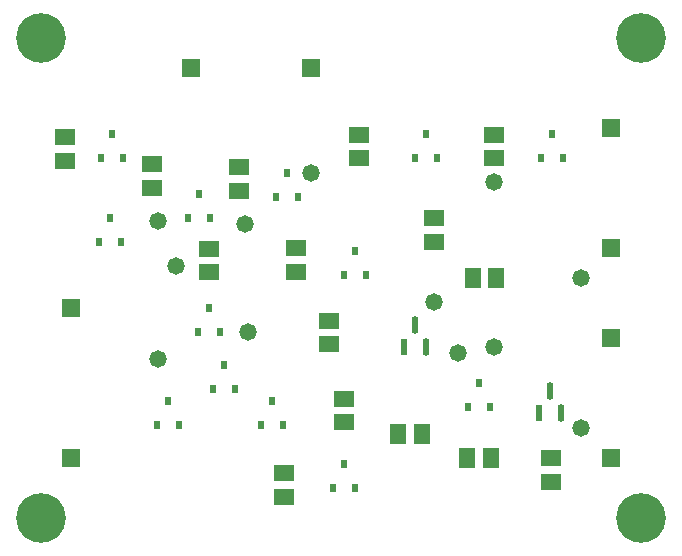
<source format=gts>
%FSTAX23Y23*%
%MOIN*%
%SFA1B1*%

%IPPOS*%
%AMD12*
4,1,8,-0.011500,0.017500,-0.011500,-0.017500,0.000000,-0.029000,0.000000,-0.029000,0.011500,-0.017500,0.011500,0.017500,0.000000,0.029000,0.000000,0.029000,-0.011500,0.017500,0.0*
1,1,0.023020,0.000000,0.017500*
1,1,0.023020,0.000000,-0.017500*
1,1,0.023020,0.000000,-0.017500*
1,1,0.023020,0.000000,0.017500*
%
G04~CAMADD=12~8~0.0~0.0~580.4~230.3~115.1~0.0~15~0.0~0.0~0.0~0.0~0~0.0~0.0~0.0~0.0~0~0.0~0.0~0.0~90.0~230.0~579.0*
%ADD12D12*%
%ADD13R,0.023030X0.058040*%
%ADD14R,0.023620X0.031500*%
%ADD17R,0.055240X0.065090*%
%ADD18R,0.065090X0.055240*%
%ADD19R,0.061810X0.061810*%
%ADD20C,0.058000*%
%ADD21C,0.165480*%
%LNlm709_pcb-1*%
%LPD*%
G54D12*
X04297Y02423D03*
X04334Y0235D03*
X03847Y02643D03*
X03884Y0257D03*
G54D13*
X0426Y0235D03*
X0381Y0257D03*
G54D14*
X0406Y02449D03*
X04097Y0237D03*
X04022D03*
X03647Y02889D03*
X03684Y0281D03*
X0361D03*
X0316Y02699D03*
X03197Y0262D03*
X03122D03*
X0361Y02179D03*
X03647Y021D03*
X03572D03*
X0321Y02509D03*
X03247Y0243D03*
X03172D03*
X0337Y02389D03*
X03407Y0231D03*
X03332D03*
X04302Y03279D03*
X0434Y032D03*
X04265D03*
X03882Y03279D03*
X0392Y032D03*
X03845D03*
X0342Y03149D03*
X03457Y0307D03*
X03382D03*
X02837Y03279D03*
X02874Y032D03*
X028D03*
X0283Y03D03*
X02867Y0292D03*
X02792D03*
X03127Y03079D03*
X03164Y03D03*
X0309D03*
X03022Y02389D03*
X0306Y0231D03*
X02985D03*
G54D17*
X0402Y022D03*
X04099D03*
X03869Y0228D03*
X0379D03*
X0404Y028D03*
X04118D03*
G54D18*
X0345Y02899D03*
Y0282D03*
X0316Y02898D03*
Y0282D03*
X0356Y02658D03*
Y0258D03*
X0361Y02398D03*
Y0232D03*
X0411Y03278D03*
Y032D03*
X0366Y03278D03*
Y032D03*
X0326Y03169D03*
Y0309D03*
X0268Y03269D03*
Y0319D03*
X0297Y03179D03*
Y031D03*
X043Y02199D03*
Y0212D03*
X0391Y02999D03*
Y0292D03*
X0341Y0207D03*
Y02149D03*
G54D19*
X045Y022D03*
Y026D03*
Y029D03*
Y033D03*
X031Y035D03*
X035D03*
X027Y027D03*
Y022D03*
G54D20*
X044Y028D03*
X0299Y0253D03*
X044Y023D03*
X0411Y0257D03*
Y0312D03*
X035Y0315D03*
X0299Y0299D03*
X0305Y0284D03*
X0329Y0262D03*
X0328Y0298D03*
X0399Y0255D03*
X0391Y0272D03*
G54D21*
X026Y02D03*
X046D03*
Y036D03*
X026D03*
M02*
</source>
